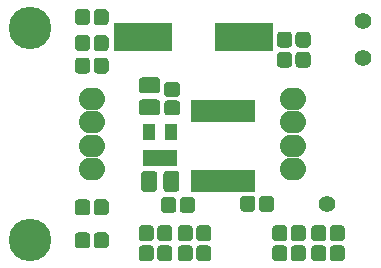
<source format=gts>
G04 #@! TF.GenerationSoftware,KiCad,Pcbnew,(5.1.2)-1*
G04 #@! TF.CreationDate,2019-10-13T00:02:13+09:00*
G04 #@! TF.ProjectId,IR,49522e6b-6963-4616-945f-706362585858,v1.1*
G04 #@! TF.SameCoordinates,Original*
G04 #@! TF.FileFunction,Soldermask,Top*
G04 #@! TF.FilePolarity,Negative*
%FSLAX46Y46*%
G04 Gerber Fmt 4.6, Leading zero omitted, Abs format (unit mm)*
G04 Created by KiCad (PCBNEW (5.1.2)-1) date 2019-10-13 00:02:13*
%MOMM*%
%LPD*%
G04 APERTURE LIST*
%ADD10C,3.600000*%
%ADD11O,2.200000X1.924000*%
%ADD12C,0.050000*%
%ADD13C,1.275000*%
%ADD14C,1.375000*%
%ADD15R,1.050000X1.460000*%
%ADD16R,4.900000X2.400000*%
%ADD17C,1.400000*%
%ADD18R,0.850000X1.900000*%
G04 APERTURE END LIST*
D10*
X180000000Y-120000000D03*
D11*
X185200000Y-114000000D03*
X185200000Y-112000000D03*
X185200000Y-110000000D03*
X185200000Y-108000000D03*
X202200000Y-108000000D03*
X202200000Y-110000000D03*
X202200000Y-112000000D03*
X202200000Y-114000000D03*
D12*
G36*
X193637493Y-116326535D02*
G01*
X193668435Y-116331125D01*
X193698778Y-116338725D01*
X193728230Y-116349263D01*
X193756508Y-116362638D01*
X193783338Y-116378719D01*
X193808463Y-116397353D01*
X193831640Y-116418360D01*
X193852647Y-116441537D01*
X193871281Y-116466662D01*
X193887362Y-116493492D01*
X193900737Y-116521770D01*
X193911275Y-116551222D01*
X193918875Y-116581565D01*
X193923465Y-116612507D01*
X193925000Y-116643750D01*
X193925000Y-117356250D01*
X193923465Y-117387493D01*
X193918875Y-117418435D01*
X193911275Y-117448778D01*
X193900737Y-117478230D01*
X193887362Y-117506508D01*
X193871281Y-117533338D01*
X193852647Y-117558463D01*
X193831640Y-117581640D01*
X193808463Y-117602647D01*
X193783338Y-117621281D01*
X193756508Y-117637362D01*
X193728230Y-117650737D01*
X193698778Y-117661275D01*
X193668435Y-117668875D01*
X193637493Y-117673465D01*
X193606250Y-117675000D01*
X192968750Y-117675000D01*
X192937507Y-117673465D01*
X192906565Y-117668875D01*
X192876222Y-117661275D01*
X192846770Y-117650737D01*
X192818492Y-117637362D01*
X192791662Y-117621281D01*
X192766537Y-117602647D01*
X192743360Y-117581640D01*
X192722353Y-117558463D01*
X192703719Y-117533338D01*
X192687638Y-117506508D01*
X192674263Y-117478230D01*
X192663725Y-117448778D01*
X192656125Y-117418435D01*
X192651535Y-117387493D01*
X192650000Y-117356250D01*
X192650000Y-116643750D01*
X192651535Y-116612507D01*
X192656125Y-116581565D01*
X192663725Y-116551222D01*
X192674263Y-116521770D01*
X192687638Y-116493492D01*
X192703719Y-116466662D01*
X192722353Y-116441537D01*
X192743360Y-116418360D01*
X192766537Y-116397353D01*
X192791662Y-116378719D01*
X192818492Y-116362638D01*
X192846770Y-116349263D01*
X192876222Y-116338725D01*
X192906565Y-116331125D01*
X192937507Y-116326535D01*
X192968750Y-116325000D01*
X193606250Y-116325000D01*
X193637493Y-116326535D01*
X193637493Y-116326535D01*
G37*
D13*
X193287500Y-117000000D03*
D12*
G36*
X192062493Y-116326535D02*
G01*
X192093435Y-116331125D01*
X192123778Y-116338725D01*
X192153230Y-116349263D01*
X192181508Y-116362638D01*
X192208338Y-116378719D01*
X192233463Y-116397353D01*
X192256640Y-116418360D01*
X192277647Y-116441537D01*
X192296281Y-116466662D01*
X192312362Y-116493492D01*
X192325737Y-116521770D01*
X192336275Y-116551222D01*
X192343875Y-116581565D01*
X192348465Y-116612507D01*
X192350000Y-116643750D01*
X192350000Y-117356250D01*
X192348465Y-117387493D01*
X192343875Y-117418435D01*
X192336275Y-117448778D01*
X192325737Y-117478230D01*
X192312362Y-117506508D01*
X192296281Y-117533338D01*
X192277647Y-117558463D01*
X192256640Y-117581640D01*
X192233463Y-117602647D01*
X192208338Y-117621281D01*
X192181508Y-117637362D01*
X192153230Y-117650737D01*
X192123778Y-117661275D01*
X192093435Y-117668875D01*
X192062493Y-117673465D01*
X192031250Y-117675000D01*
X191393750Y-117675000D01*
X191362507Y-117673465D01*
X191331565Y-117668875D01*
X191301222Y-117661275D01*
X191271770Y-117650737D01*
X191243492Y-117637362D01*
X191216662Y-117621281D01*
X191191537Y-117602647D01*
X191168360Y-117581640D01*
X191147353Y-117558463D01*
X191128719Y-117533338D01*
X191112638Y-117506508D01*
X191099263Y-117478230D01*
X191088725Y-117448778D01*
X191081125Y-117418435D01*
X191076535Y-117387493D01*
X191075000Y-117356250D01*
X191075000Y-116643750D01*
X191076535Y-116612507D01*
X191081125Y-116581565D01*
X191088725Y-116551222D01*
X191099263Y-116521770D01*
X191112638Y-116493492D01*
X191128719Y-116466662D01*
X191147353Y-116441537D01*
X191168360Y-116418360D01*
X191191537Y-116397353D01*
X191216662Y-116378719D01*
X191243492Y-116362638D01*
X191271770Y-116349263D01*
X191301222Y-116338725D01*
X191331565Y-116331125D01*
X191362507Y-116326535D01*
X191393750Y-116325000D01*
X192031250Y-116325000D01*
X192062493Y-116326535D01*
X192062493Y-116326535D01*
G37*
D13*
X191712500Y-117000000D03*
D12*
G36*
X192314943Y-114101655D02*
G01*
X192348312Y-114106605D01*
X192381035Y-114114802D01*
X192412797Y-114126166D01*
X192443293Y-114140590D01*
X192472227Y-114157932D01*
X192499323Y-114178028D01*
X192524318Y-114200682D01*
X192546972Y-114225677D01*
X192567068Y-114252773D01*
X192584410Y-114281707D01*
X192598834Y-114312203D01*
X192610198Y-114343965D01*
X192618395Y-114376688D01*
X192623345Y-114410057D01*
X192625000Y-114443750D01*
X192625000Y-115556250D01*
X192623345Y-115589943D01*
X192618395Y-115623312D01*
X192610198Y-115656035D01*
X192598834Y-115687797D01*
X192584410Y-115718293D01*
X192567068Y-115747227D01*
X192546972Y-115774323D01*
X192524318Y-115799318D01*
X192499323Y-115821972D01*
X192472227Y-115842068D01*
X192443293Y-115859410D01*
X192412797Y-115873834D01*
X192381035Y-115885198D01*
X192348312Y-115893395D01*
X192314943Y-115898345D01*
X192281250Y-115900000D01*
X191593750Y-115900000D01*
X191560057Y-115898345D01*
X191526688Y-115893395D01*
X191493965Y-115885198D01*
X191462203Y-115873834D01*
X191431707Y-115859410D01*
X191402773Y-115842068D01*
X191375677Y-115821972D01*
X191350682Y-115799318D01*
X191328028Y-115774323D01*
X191307932Y-115747227D01*
X191290590Y-115718293D01*
X191276166Y-115687797D01*
X191264802Y-115656035D01*
X191256605Y-115623312D01*
X191251655Y-115589943D01*
X191250000Y-115556250D01*
X191250000Y-114443750D01*
X191251655Y-114410057D01*
X191256605Y-114376688D01*
X191264802Y-114343965D01*
X191276166Y-114312203D01*
X191290590Y-114281707D01*
X191307932Y-114252773D01*
X191328028Y-114225677D01*
X191350682Y-114200682D01*
X191375677Y-114178028D01*
X191402773Y-114157932D01*
X191431707Y-114140590D01*
X191462203Y-114126166D01*
X191493965Y-114114802D01*
X191526688Y-114106605D01*
X191560057Y-114101655D01*
X191593750Y-114100000D01*
X192281250Y-114100000D01*
X192314943Y-114101655D01*
X192314943Y-114101655D01*
G37*
D14*
X191937500Y-115000000D03*
D12*
G36*
X190439943Y-114101655D02*
G01*
X190473312Y-114106605D01*
X190506035Y-114114802D01*
X190537797Y-114126166D01*
X190568293Y-114140590D01*
X190597227Y-114157932D01*
X190624323Y-114178028D01*
X190649318Y-114200682D01*
X190671972Y-114225677D01*
X190692068Y-114252773D01*
X190709410Y-114281707D01*
X190723834Y-114312203D01*
X190735198Y-114343965D01*
X190743395Y-114376688D01*
X190748345Y-114410057D01*
X190750000Y-114443750D01*
X190750000Y-115556250D01*
X190748345Y-115589943D01*
X190743395Y-115623312D01*
X190735198Y-115656035D01*
X190723834Y-115687797D01*
X190709410Y-115718293D01*
X190692068Y-115747227D01*
X190671972Y-115774323D01*
X190649318Y-115799318D01*
X190624323Y-115821972D01*
X190597227Y-115842068D01*
X190568293Y-115859410D01*
X190537797Y-115873834D01*
X190506035Y-115885198D01*
X190473312Y-115893395D01*
X190439943Y-115898345D01*
X190406250Y-115900000D01*
X189718750Y-115900000D01*
X189685057Y-115898345D01*
X189651688Y-115893395D01*
X189618965Y-115885198D01*
X189587203Y-115873834D01*
X189556707Y-115859410D01*
X189527773Y-115842068D01*
X189500677Y-115821972D01*
X189475682Y-115799318D01*
X189453028Y-115774323D01*
X189432932Y-115747227D01*
X189415590Y-115718293D01*
X189401166Y-115687797D01*
X189389802Y-115656035D01*
X189381605Y-115623312D01*
X189376655Y-115589943D01*
X189375000Y-115556250D01*
X189375000Y-114443750D01*
X189376655Y-114410057D01*
X189381605Y-114376688D01*
X189389802Y-114343965D01*
X189401166Y-114312203D01*
X189415590Y-114281707D01*
X189432932Y-114252773D01*
X189453028Y-114225677D01*
X189475682Y-114200682D01*
X189500677Y-114178028D01*
X189527773Y-114157932D01*
X189556707Y-114140590D01*
X189587203Y-114126166D01*
X189618965Y-114114802D01*
X189651688Y-114106605D01*
X189685057Y-114101655D01*
X189718750Y-114100000D01*
X190406250Y-114100000D01*
X190439943Y-114101655D01*
X190439943Y-114101655D01*
G37*
D14*
X190062500Y-115000000D03*
D12*
G36*
X192387493Y-106576535D02*
G01*
X192418435Y-106581125D01*
X192448778Y-106588725D01*
X192478230Y-106599263D01*
X192506508Y-106612638D01*
X192533338Y-106628719D01*
X192558463Y-106647353D01*
X192581640Y-106668360D01*
X192602647Y-106691537D01*
X192621281Y-106716662D01*
X192637362Y-106743492D01*
X192650737Y-106771770D01*
X192661275Y-106801222D01*
X192668875Y-106831565D01*
X192673465Y-106862507D01*
X192675000Y-106893750D01*
X192675000Y-107531250D01*
X192673465Y-107562493D01*
X192668875Y-107593435D01*
X192661275Y-107623778D01*
X192650737Y-107653230D01*
X192637362Y-107681508D01*
X192621281Y-107708338D01*
X192602647Y-107733463D01*
X192581640Y-107756640D01*
X192558463Y-107777647D01*
X192533338Y-107796281D01*
X192506508Y-107812362D01*
X192478230Y-107825737D01*
X192448778Y-107836275D01*
X192418435Y-107843875D01*
X192387493Y-107848465D01*
X192356250Y-107850000D01*
X191643750Y-107850000D01*
X191612507Y-107848465D01*
X191581565Y-107843875D01*
X191551222Y-107836275D01*
X191521770Y-107825737D01*
X191493492Y-107812362D01*
X191466662Y-107796281D01*
X191441537Y-107777647D01*
X191418360Y-107756640D01*
X191397353Y-107733463D01*
X191378719Y-107708338D01*
X191362638Y-107681508D01*
X191349263Y-107653230D01*
X191338725Y-107623778D01*
X191331125Y-107593435D01*
X191326535Y-107562493D01*
X191325000Y-107531250D01*
X191325000Y-106893750D01*
X191326535Y-106862507D01*
X191331125Y-106831565D01*
X191338725Y-106801222D01*
X191349263Y-106771770D01*
X191362638Y-106743492D01*
X191378719Y-106716662D01*
X191397353Y-106691537D01*
X191418360Y-106668360D01*
X191441537Y-106647353D01*
X191466662Y-106628719D01*
X191493492Y-106612638D01*
X191521770Y-106599263D01*
X191551222Y-106588725D01*
X191581565Y-106581125D01*
X191612507Y-106576535D01*
X191643750Y-106575000D01*
X192356250Y-106575000D01*
X192387493Y-106576535D01*
X192387493Y-106576535D01*
G37*
D13*
X192000000Y-107212500D03*
D12*
G36*
X192387493Y-108151535D02*
G01*
X192418435Y-108156125D01*
X192448778Y-108163725D01*
X192478230Y-108174263D01*
X192506508Y-108187638D01*
X192533338Y-108203719D01*
X192558463Y-108222353D01*
X192581640Y-108243360D01*
X192602647Y-108266537D01*
X192621281Y-108291662D01*
X192637362Y-108318492D01*
X192650737Y-108346770D01*
X192661275Y-108376222D01*
X192668875Y-108406565D01*
X192673465Y-108437507D01*
X192675000Y-108468750D01*
X192675000Y-109106250D01*
X192673465Y-109137493D01*
X192668875Y-109168435D01*
X192661275Y-109198778D01*
X192650737Y-109228230D01*
X192637362Y-109256508D01*
X192621281Y-109283338D01*
X192602647Y-109308463D01*
X192581640Y-109331640D01*
X192558463Y-109352647D01*
X192533338Y-109371281D01*
X192506508Y-109387362D01*
X192478230Y-109400737D01*
X192448778Y-109411275D01*
X192418435Y-109418875D01*
X192387493Y-109423465D01*
X192356250Y-109425000D01*
X191643750Y-109425000D01*
X191612507Y-109423465D01*
X191581565Y-109418875D01*
X191551222Y-109411275D01*
X191521770Y-109400737D01*
X191493492Y-109387362D01*
X191466662Y-109371281D01*
X191441537Y-109352647D01*
X191418360Y-109331640D01*
X191397353Y-109308463D01*
X191378719Y-109283338D01*
X191362638Y-109256508D01*
X191349263Y-109228230D01*
X191338725Y-109198778D01*
X191331125Y-109168435D01*
X191326535Y-109137493D01*
X191325000Y-109106250D01*
X191325000Y-108468750D01*
X191326535Y-108437507D01*
X191331125Y-108406565D01*
X191338725Y-108376222D01*
X191349263Y-108346770D01*
X191362638Y-108318492D01*
X191378719Y-108291662D01*
X191397353Y-108266537D01*
X191418360Y-108243360D01*
X191441537Y-108222353D01*
X191466662Y-108203719D01*
X191493492Y-108187638D01*
X191521770Y-108174263D01*
X191551222Y-108163725D01*
X191581565Y-108156125D01*
X191612507Y-108151535D01*
X191643750Y-108150000D01*
X192356250Y-108150000D01*
X192387493Y-108151535D01*
X192387493Y-108151535D01*
G37*
D13*
X192000000Y-108787500D03*
D12*
G36*
X190689943Y-108051655D02*
G01*
X190723312Y-108056605D01*
X190756035Y-108064802D01*
X190787797Y-108076166D01*
X190818293Y-108090590D01*
X190847227Y-108107932D01*
X190874323Y-108128028D01*
X190899318Y-108150682D01*
X190921972Y-108175677D01*
X190942068Y-108202773D01*
X190959410Y-108231707D01*
X190973834Y-108262203D01*
X190985198Y-108293965D01*
X190993395Y-108326688D01*
X190998345Y-108360057D01*
X191000000Y-108393750D01*
X191000000Y-109081250D01*
X190998345Y-109114943D01*
X190993395Y-109148312D01*
X190985198Y-109181035D01*
X190973834Y-109212797D01*
X190959410Y-109243293D01*
X190942068Y-109272227D01*
X190921972Y-109299323D01*
X190899318Y-109324318D01*
X190874323Y-109346972D01*
X190847227Y-109367068D01*
X190818293Y-109384410D01*
X190787797Y-109398834D01*
X190756035Y-109410198D01*
X190723312Y-109418395D01*
X190689943Y-109423345D01*
X190656250Y-109425000D01*
X189543750Y-109425000D01*
X189510057Y-109423345D01*
X189476688Y-109418395D01*
X189443965Y-109410198D01*
X189412203Y-109398834D01*
X189381707Y-109384410D01*
X189352773Y-109367068D01*
X189325677Y-109346972D01*
X189300682Y-109324318D01*
X189278028Y-109299323D01*
X189257932Y-109272227D01*
X189240590Y-109243293D01*
X189226166Y-109212797D01*
X189214802Y-109181035D01*
X189206605Y-109148312D01*
X189201655Y-109114943D01*
X189200000Y-109081250D01*
X189200000Y-108393750D01*
X189201655Y-108360057D01*
X189206605Y-108326688D01*
X189214802Y-108293965D01*
X189226166Y-108262203D01*
X189240590Y-108231707D01*
X189257932Y-108202773D01*
X189278028Y-108175677D01*
X189300682Y-108150682D01*
X189325677Y-108128028D01*
X189352773Y-108107932D01*
X189381707Y-108090590D01*
X189412203Y-108076166D01*
X189443965Y-108064802D01*
X189476688Y-108056605D01*
X189510057Y-108051655D01*
X189543750Y-108050000D01*
X190656250Y-108050000D01*
X190689943Y-108051655D01*
X190689943Y-108051655D01*
G37*
D14*
X190100000Y-108737500D03*
D12*
G36*
X190689943Y-106176655D02*
G01*
X190723312Y-106181605D01*
X190756035Y-106189802D01*
X190787797Y-106201166D01*
X190818293Y-106215590D01*
X190847227Y-106232932D01*
X190874323Y-106253028D01*
X190899318Y-106275682D01*
X190921972Y-106300677D01*
X190942068Y-106327773D01*
X190959410Y-106356707D01*
X190973834Y-106387203D01*
X190985198Y-106418965D01*
X190993395Y-106451688D01*
X190998345Y-106485057D01*
X191000000Y-106518750D01*
X191000000Y-107206250D01*
X190998345Y-107239943D01*
X190993395Y-107273312D01*
X190985198Y-107306035D01*
X190973834Y-107337797D01*
X190959410Y-107368293D01*
X190942068Y-107397227D01*
X190921972Y-107424323D01*
X190899318Y-107449318D01*
X190874323Y-107471972D01*
X190847227Y-107492068D01*
X190818293Y-107509410D01*
X190787797Y-107523834D01*
X190756035Y-107535198D01*
X190723312Y-107543395D01*
X190689943Y-107548345D01*
X190656250Y-107550000D01*
X189543750Y-107550000D01*
X189510057Y-107548345D01*
X189476688Y-107543395D01*
X189443965Y-107535198D01*
X189412203Y-107523834D01*
X189381707Y-107509410D01*
X189352773Y-107492068D01*
X189325677Y-107471972D01*
X189300682Y-107449318D01*
X189278028Y-107424323D01*
X189257932Y-107397227D01*
X189240590Y-107368293D01*
X189226166Y-107337797D01*
X189214802Y-107306035D01*
X189206605Y-107273312D01*
X189201655Y-107239943D01*
X189200000Y-107206250D01*
X189200000Y-106518750D01*
X189201655Y-106485057D01*
X189206605Y-106451688D01*
X189214802Y-106418965D01*
X189226166Y-106387203D01*
X189240590Y-106356707D01*
X189257932Y-106327773D01*
X189278028Y-106300677D01*
X189300682Y-106275682D01*
X189325677Y-106253028D01*
X189352773Y-106232932D01*
X189381707Y-106215590D01*
X189412203Y-106201166D01*
X189443965Y-106189802D01*
X189476688Y-106181605D01*
X189510057Y-106176655D01*
X189543750Y-106175000D01*
X190656250Y-106175000D01*
X190689943Y-106176655D01*
X190689943Y-106176655D01*
G37*
D14*
X190100000Y-106862500D03*
D12*
G36*
X203437493Y-104026535D02*
G01*
X203468435Y-104031125D01*
X203498778Y-104038725D01*
X203528230Y-104049263D01*
X203556508Y-104062638D01*
X203583338Y-104078719D01*
X203608463Y-104097353D01*
X203631640Y-104118360D01*
X203652647Y-104141537D01*
X203671281Y-104166662D01*
X203687362Y-104193492D01*
X203700737Y-104221770D01*
X203711275Y-104251222D01*
X203718875Y-104281565D01*
X203723465Y-104312507D01*
X203725000Y-104343750D01*
X203725000Y-105056250D01*
X203723465Y-105087493D01*
X203718875Y-105118435D01*
X203711275Y-105148778D01*
X203700737Y-105178230D01*
X203687362Y-105206508D01*
X203671281Y-105233338D01*
X203652647Y-105258463D01*
X203631640Y-105281640D01*
X203608463Y-105302647D01*
X203583338Y-105321281D01*
X203556508Y-105337362D01*
X203528230Y-105350737D01*
X203498778Y-105361275D01*
X203468435Y-105368875D01*
X203437493Y-105373465D01*
X203406250Y-105375000D01*
X202768750Y-105375000D01*
X202737507Y-105373465D01*
X202706565Y-105368875D01*
X202676222Y-105361275D01*
X202646770Y-105350737D01*
X202618492Y-105337362D01*
X202591662Y-105321281D01*
X202566537Y-105302647D01*
X202543360Y-105281640D01*
X202522353Y-105258463D01*
X202503719Y-105233338D01*
X202487638Y-105206508D01*
X202474263Y-105178230D01*
X202463725Y-105148778D01*
X202456125Y-105118435D01*
X202451535Y-105087493D01*
X202450000Y-105056250D01*
X202450000Y-104343750D01*
X202451535Y-104312507D01*
X202456125Y-104281565D01*
X202463725Y-104251222D01*
X202474263Y-104221770D01*
X202487638Y-104193492D01*
X202503719Y-104166662D01*
X202522353Y-104141537D01*
X202543360Y-104118360D01*
X202566537Y-104097353D01*
X202591662Y-104078719D01*
X202618492Y-104062638D01*
X202646770Y-104049263D01*
X202676222Y-104038725D01*
X202706565Y-104031125D01*
X202737507Y-104026535D01*
X202768750Y-104025000D01*
X203406250Y-104025000D01*
X203437493Y-104026535D01*
X203437493Y-104026535D01*
G37*
D13*
X203087500Y-104700000D03*
D12*
G36*
X201862493Y-104026535D02*
G01*
X201893435Y-104031125D01*
X201923778Y-104038725D01*
X201953230Y-104049263D01*
X201981508Y-104062638D01*
X202008338Y-104078719D01*
X202033463Y-104097353D01*
X202056640Y-104118360D01*
X202077647Y-104141537D01*
X202096281Y-104166662D01*
X202112362Y-104193492D01*
X202125737Y-104221770D01*
X202136275Y-104251222D01*
X202143875Y-104281565D01*
X202148465Y-104312507D01*
X202150000Y-104343750D01*
X202150000Y-105056250D01*
X202148465Y-105087493D01*
X202143875Y-105118435D01*
X202136275Y-105148778D01*
X202125737Y-105178230D01*
X202112362Y-105206508D01*
X202096281Y-105233338D01*
X202077647Y-105258463D01*
X202056640Y-105281640D01*
X202033463Y-105302647D01*
X202008338Y-105321281D01*
X201981508Y-105337362D01*
X201953230Y-105350737D01*
X201923778Y-105361275D01*
X201893435Y-105368875D01*
X201862493Y-105373465D01*
X201831250Y-105375000D01*
X201193750Y-105375000D01*
X201162507Y-105373465D01*
X201131565Y-105368875D01*
X201101222Y-105361275D01*
X201071770Y-105350737D01*
X201043492Y-105337362D01*
X201016662Y-105321281D01*
X200991537Y-105302647D01*
X200968360Y-105281640D01*
X200947353Y-105258463D01*
X200928719Y-105233338D01*
X200912638Y-105206508D01*
X200899263Y-105178230D01*
X200888725Y-105148778D01*
X200881125Y-105118435D01*
X200876535Y-105087493D01*
X200875000Y-105056250D01*
X200875000Y-104343750D01*
X200876535Y-104312507D01*
X200881125Y-104281565D01*
X200888725Y-104251222D01*
X200899263Y-104221770D01*
X200912638Y-104193492D01*
X200928719Y-104166662D01*
X200947353Y-104141537D01*
X200968360Y-104118360D01*
X200991537Y-104097353D01*
X201016662Y-104078719D01*
X201043492Y-104062638D01*
X201071770Y-104049263D01*
X201101222Y-104038725D01*
X201131565Y-104031125D01*
X201162507Y-104026535D01*
X201193750Y-104025000D01*
X201831250Y-104025000D01*
X201862493Y-104026535D01*
X201862493Y-104026535D01*
G37*
D13*
X201512500Y-104700000D03*
D12*
G36*
X186337493Y-104526535D02*
G01*
X186368435Y-104531125D01*
X186398778Y-104538725D01*
X186428230Y-104549263D01*
X186456508Y-104562638D01*
X186483338Y-104578719D01*
X186508463Y-104597353D01*
X186531640Y-104618360D01*
X186552647Y-104641537D01*
X186571281Y-104666662D01*
X186587362Y-104693492D01*
X186600737Y-104721770D01*
X186611275Y-104751222D01*
X186618875Y-104781565D01*
X186623465Y-104812507D01*
X186625000Y-104843750D01*
X186625000Y-105556250D01*
X186623465Y-105587493D01*
X186618875Y-105618435D01*
X186611275Y-105648778D01*
X186600737Y-105678230D01*
X186587362Y-105706508D01*
X186571281Y-105733338D01*
X186552647Y-105758463D01*
X186531640Y-105781640D01*
X186508463Y-105802647D01*
X186483338Y-105821281D01*
X186456508Y-105837362D01*
X186428230Y-105850737D01*
X186398778Y-105861275D01*
X186368435Y-105868875D01*
X186337493Y-105873465D01*
X186306250Y-105875000D01*
X185668750Y-105875000D01*
X185637507Y-105873465D01*
X185606565Y-105868875D01*
X185576222Y-105861275D01*
X185546770Y-105850737D01*
X185518492Y-105837362D01*
X185491662Y-105821281D01*
X185466537Y-105802647D01*
X185443360Y-105781640D01*
X185422353Y-105758463D01*
X185403719Y-105733338D01*
X185387638Y-105706508D01*
X185374263Y-105678230D01*
X185363725Y-105648778D01*
X185356125Y-105618435D01*
X185351535Y-105587493D01*
X185350000Y-105556250D01*
X185350000Y-104843750D01*
X185351535Y-104812507D01*
X185356125Y-104781565D01*
X185363725Y-104751222D01*
X185374263Y-104721770D01*
X185387638Y-104693492D01*
X185403719Y-104666662D01*
X185422353Y-104641537D01*
X185443360Y-104618360D01*
X185466537Y-104597353D01*
X185491662Y-104578719D01*
X185518492Y-104562638D01*
X185546770Y-104549263D01*
X185576222Y-104538725D01*
X185606565Y-104531125D01*
X185637507Y-104526535D01*
X185668750Y-104525000D01*
X186306250Y-104525000D01*
X186337493Y-104526535D01*
X186337493Y-104526535D01*
G37*
D13*
X185987500Y-105200000D03*
D12*
G36*
X184762493Y-104526535D02*
G01*
X184793435Y-104531125D01*
X184823778Y-104538725D01*
X184853230Y-104549263D01*
X184881508Y-104562638D01*
X184908338Y-104578719D01*
X184933463Y-104597353D01*
X184956640Y-104618360D01*
X184977647Y-104641537D01*
X184996281Y-104666662D01*
X185012362Y-104693492D01*
X185025737Y-104721770D01*
X185036275Y-104751222D01*
X185043875Y-104781565D01*
X185048465Y-104812507D01*
X185050000Y-104843750D01*
X185050000Y-105556250D01*
X185048465Y-105587493D01*
X185043875Y-105618435D01*
X185036275Y-105648778D01*
X185025737Y-105678230D01*
X185012362Y-105706508D01*
X184996281Y-105733338D01*
X184977647Y-105758463D01*
X184956640Y-105781640D01*
X184933463Y-105802647D01*
X184908338Y-105821281D01*
X184881508Y-105837362D01*
X184853230Y-105850737D01*
X184823778Y-105861275D01*
X184793435Y-105868875D01*
X184762493Y-105873465D01*
X184731250Y-105875000D01*
X184093750Y-105875000D01*
X184062507Y-105873465D01*
X184031565Y-105868875D01*
X184001222Y-105861275D01*
X183971770Y-105850737D01*
X183943492Y-105837362D01*
X183916662Y-105821281D01*
X183891537Y-105802647D01*
X183868360Y-105781640D01*
X183847353Y-105758463D01*
X183828719Y-105733338D01*
X183812638Y-105706508D01*
X183799263Y-105678230D01*
X183788725Y-105648778D01*
X183781125Y-105618435D01*
X183776535Y-105587493D01*
X183775000Y-105556250D01*
X183775000Y-104843750D01*
X183776535Y-104812507D01*
X183781125Y-104781565D01*
X183788725Y-104751222D01*
X183799263Y-104721770D01*
X183812638Y-104693492D01*
X183828719Y-104666662D01*
X183847353Y-104641537D01*
X183868360Y-104618360D01*
X183891537Y-104597353D01*
X183916662Y-104578719D01*
X183943492Y-104562638D01*
X183971770Y-104549263D01*
X184001222Y-104538725D01*
X184031565Y-104531125D01*
X184062507Y-104526535D01*
X184093750Y-104525000D01*
X184731250Y-104525000D01*
X184762493Y-104526535D01*
X184762493Y-104526535D01*
G37*
D13*
X184412500Y-105200000D03*
D12*
G36*
X184762493Y-102626535D02*
G01*
X184793435Y-102631125D01*
X184823778Y-102638725D01*
X184853230Y-102649263D01*
X184881508Y-102662638D01*
X184908338Y-102678719D01*
X184933463Y-102697353D01*
X184956640Y-102718360D01*
X184977647Y-102741537D01*
X184996281Y-102766662D01*
X185012362Y-102793492D01*
X185025737Y-102821770D01*
X185036275Y-102851222D01*
X185043875Y-102881565D01*
X185048465Y-102912507D01*
X185050000Y-102943750D01*
X185050000Y-103656250D01*
X185048465Y-103687493D01*
X185043875Y-103718435D01*
X185036275Y-103748778D01*
X185025737Y-103778230D01*
X185012362Y-103806508D01*
X184996281Y-103833338D01*
X184977647Y-103858463D01*
X184956640Y-103881640D01*
X184933463Y-103902647D01*
X184908338Y-103921281D01*
X184881508Y-103937362D01*
X184853230Y-103950737D01*
X184823778Y-103961275D01*
X184793435Y-103968875D01*
X184762493Y-103973465D01*
X184731250Y-103975000D01*
X184093750Y-103975000D01*
X184062507Y-103973465D01*
X184031565Y-103968875D01*
X184001222Y-103961275D01*
X183971770Y-103950737D01*
X183943492Y-103937362D01*
X183916662Y-103921281D01*
X183891537Y-103902647D01*
X183868360Y-103881640D01*
X183847353Y-103858463D01*
X183828719Y-103833338D01*
X183812638Y-103806508D01*
X183799263Y-103778230D01*
X183788725Y-103748778D01*
X183781125Y-103718435D01*
X183776535Y-103687493D01*
X183775000Y-103656250D01*
X183775000Y-102943750D01*
X183776535Y-102912507D01*
X183781125Y-102881565D01*
X183788725Y-102851222D01*
X183799263Y-102821770D01*
X183812638Y-102793492D01*
X183828719Y-102766662D01*
X183847353Y-102741537D01*
X183868360Y-102718360D01*
X183891537Y-102697353D01*
X183916662Y-102678719D01*
X183943492Y-102662638D01*
X183971770Y-102649263D01*
X184001222Y-102638725D01*
X184031565Y-102631125D01*
X184062507Y-102626535D01*
X184093750Y-102625000D01*
X184731250Y-102625000D01*
X184762493Y-102626535D01*
X184762493Y-102626535D01*
G37*
D13*
X184412500Y-103300000D03*
D12*
G36*
X186337493Y-102626535D02*
G01*
X186368435Y-102631125D01*
X186398778Y-102638725D01*
X186428230Y-102649263D01*
X186456508Y-102662638D01*
X186483338Y-102678719D01*
X186508463Y-102697353D01*
X186531640Y-102718360D01*
X186552647Y-102741537D01*
X186571281Y-102766662D01*
X186587362Y-102793492D01*
X186600737Y-102821770D01*
X186611275Y-102851222D01*
X186618875Y-102881565D01*
X186623465Y-102912507D01*
X186625000Y-102943750D01*
X186625000Y-103656250D01*
X186623465Y-103687493D01*
X186618875Y-103718435D01*
X186611275Y-103748778D01*
X186600737Y-103778230D01*
X186587362Y-103806508D01*
X186571281Y-103833338D01*
X186552647Y-103858463D01*
X186531640Y-103881640D01*
X186508463Y-103902647D01*
X186483338Y-103921281D01*
X186456508Y-103937362D01*
X186428230Y-103950737D01*
X186398778Y-103961275D01*
X186368435Y-103968875D01*
X186337493Y-103973465D01*
X186306250Y-103975000D01*
X185668750Y-103975000D01*
X185637507Y-103973465D01*
X185606565Y-103968875D01*
X185576222Y-103961275D01*
X185546770Y-103950737D01*
X185518492Y-103937362D01*
X185491662Y-103921281D01*
X185466537Y-103902647D01*
X185443360Y-103881640D01*
X185422353Y-103858463D01*
X185403719Y-103833338D01*
X185387638Y-103806508D01*
X185374263Y-103778230D01*
X185363725Y-103748778D01*
X185356125Y-103718435D01*
X185351535Y-103687493D01*
X185350000Y-103656250D01*
X185350000Y-102943750D01*
X185351535Y-102912507D01*
X185356125Y-102881565D01*
X185363725Y-102851222D01*
X185374263Y-102821770D01*
X185387638Y-102793492D01*
X185403719Y-102766662D01*
X185422353Y-102741537D01*
X185443360Y-102718360D01*
X185466537Y-102697353D01*
X185491662Y-102678719D01*
X185518492Y-102662638D01*
X185546770Y-102649263D01*
X185576222Y-102638725D01*
X185606565Y-102631125D01*
X185637507Y-102626535D01*
X185668750Y-102625000D01*
X186306250Y-102625000D01*
X186337493Y-102626535D01*
X186337493Y-102626535D01*
G37*
D13*
X185987500Y-103300000D03*
D12*
G36*
X193462493Y-120426535D02*
G01*
X193493435Y-120431125D01*
X193523778Y-120438725D01*
X193553230Y-120449263D01*
X193581508Y-120462638D01*
X193608338Y-120478719D01*
X193633463Y-120497353D01*
X193656640Y-120518360D01*
X193677647Y-120541537D01*
X193696281Y-120566662D01*
X193712362Y-120593492D01*
X193725737Y-120621770D01*
X193736275Y-120651222D01*
X193743875Y-120681565D01*
X193748465Y-120712507D01*
X193750000Y-120743750D01*
X193750000Y-121456250D01*
X193748465Y-121487493D01*
X193743875Y-121518435D01*
X193736275Y-121548778D01*
X193725737Y-121578230D01*
X193712362Y-121606508D01*
X193696281Y-121633338D01*
X193677647Y-121658463D01*
X193656640Y-121681640D01*
X193633463Y-121702647D01*
X193608338Y-121721281D01*
X193581508Y-121737362D01*
X193553230Y-121750737D01*
X193523778Y-121761275D01*
X193493435Y-121768875D01*
X193462493Y-121773465D01*
X193431250Y-121775000D01*
X192793750Y-121775000D01*
X192762507Y-121773465D01*
X192731565Y-121768875D01*
X192701222Y-121761275D01*
X192671770Y-121750737D01*
X192643492Y-121737362D01*
X192616662Y-121721281D01*
X192591537Y-121702647D01*
X192568360Y-121681640D01*
X192547353Y-121658463D01*
X192528719Y-121633338D01*
X192512638Y-121606508D01*
X192499263Y-121578230D01*
X192488725Y-121548778D01*
X192481125Y-121518435D01*
X192476535Y-121487493D01*
X192475000Y-121456250D01*
X192475000Y-120743750D01*
X192476535Y-120712507D01*
X192481125Y-120681565D01*
X192488725Y-120651222D01*
X192499263Y-120621770D01*
X192512638Y-120593492D01*
X192528719Y-120566662D01*
X192547353Y-120541537D01*
X192568360Y-120518360D01*
X192591537Y-120497353D01*
X192616662Y-120478719D01*
X192643492Y-120462638D01*
X192671770Y-120449263D01*
X192701222Y-120438725D01*
X192731565Y-120431125D01*
X192762507Y-120426535D01*
X192793750Y-120425000D01*
X193431250Y-120425000D01*
X193462493Y-120426535D01*
X193462493Y-120426535D01*
G37*
D13*
X193112500Y-121100000D03*
D12*
G36*
X195037493Y-120426535D02*
G01*
X195068435Y-120431125D01*
X195098778Y-120438725D01*
X195128230Y-120449263D01*
X195156508Y-120462638D01*
X195183338Y-120478719D01*
X195208463Y-120497353D01*
X195231640Y-120518360D01*
X195252647Y-120541537D01*
X195271281Y-120566662D01*
X195287362Y-120593492D01*
X195300737Y-120621770D01*
X195311275Y-120651222D01*
X195318875Y-120681565D01*
X195323465Y-120712507D01*
X195325000Y-120743750D01*
X195325000Y-121456250D01*
X195323465Y-121487493D01*
X195318875Y-121518435D01*
X195311275Y-121548778D01*
X195300737Y-121578230D01*
X195287362Y-121606508D01*
X195271281Y-121633338D01*
X195252647Y-121658463D01*
X195231640Y-121681640D01*
X195208463Y-121702647D01*
X195183338Y-121721281D01*
X195156508Y-121737362D01*
X195128230Y-121750737D01*
X195098778Y-121761275D01*
X195068435Y-121768875D01*
X195037493Y-121773465D01*
X195006250Y-121775000D01*
X194368750Y-121775000D01*
X194337507Y-121773465D01*
X194306565Y-121768875D01*
X194276222Y-121761275D01*
X194246770Y-121750737D01*
X194218492Y-121737362D01*
X194191662Y-121721281D01*
X194166537Y-121702647D01*
X194143360Y-121681640D01*
X194122353Y-121658463D01*
X194103719Y-121633338D01*
X194087638Y-121606508D01*
X194074263Y-121578230D01*
X194063725Y-121548778D01*
X194056125Y-121518435D01*
X194051535Y-121487493D01*
X194050000Y-121456250D01*
X194050000Y-120743750D01*
X194051535Y-120712507D01*
X194056125Y-120681565D01*
X194063725Y-120651222D01*
X194074263Y-120621770D01*
X194087638Y-120593492D01*
X194103719Y-120566662D01*
X194122353Y-120541537D01*
X194143360Y-120518360D01*
X194166537Y-120497353D01*
X194191662Y-120478719D01*
X194218492Y-120462638D01*
X194246770Y-120449263D01*
X194276222Y-120438725D01*
X194306565Y-120431125D01*
X194337507Y-120426535D01*
X194368750Y-120425000D01*
X195006250Y-120425000D01*
X195037493Y-120426535D01*
X195037493Y-120426535D01*
G37*
D13*
X194687500Y-121100000D03*
D12*
G36*
X191737493Y-120426535D02*
G01*
X191768435Y-120431125D01*
X191798778Y-120438725D01*
X191828230Y-120449263D01*
X191856508Y-120462638D01*
X191883338Y-120478719D01*
X191908463Y-120497353D01*
X191931640Y-120518360D01*
X191952647Y-120541537D01*
X191971281Y-120566662D01*
X191987362Y-120593492D01*
X192000737Y-120621770D01*
X192011275Y-120651222D01*
X192018875Y-120681565D01*
X192023465Y-120712507D01*
X192025000Y-120743750D01*
X192025000Y-121456250D01*
X192023465Y-121487493D01*
X192018875Y-121518435D01*
X192011275Y-121548778D01*
X192000737Y-121578230D01*
X191987362Y-121606508D01*
X191971281Y-121633338D01*
X191952647Y-121658463D01*
X191931640Y-121681640D01*
X191908463Y-121702647D01*
X191883338Y-121721281D01*
X191856508Y-121737362D01*
X191828230Y-121750737D01*
X191798778Y-121761275D01*
X191768435Y-121768875D01*
X191737493Y-121773465D01*
X191706250Y-121775000D01*
X191068750Y-121775000D01*
X191037507Y-121773465D01*
X191006565Y-121768875D01*
X190976222Y-121761275D01*
X190946770Y-121750737D01*
X190918492Y-121737362D01*
X190891662Y-121721281D01*
X190866537Y-121702647D01*
X190843360Y-121681640D01*
X190822353Y-121658463D01*
X190803719Y-121633338D01*
X190787638Y-121606508D01*
X190774263Y-121578230D01*
X190763725Y-121548778D01*
X190756125Y-121518435D01*
X190751535Y-121487493D01*
X190750000Y-121456250D01*
X190750000Y-120743750D01*
X190751535Y-120712507D01*
X190756125Y-120681565D01*
X190763725Y-120651222D01*
X190774263Y-120621770D01*
X190787638Y-120593492D01*
X190803719Y-120566662D01*
X190822353Y-120541537D01*
X190843360Y-120518360D01*
X190866537Y-120497353D01*
X190891662Y-120478719D01*
X190918492Y-120462638D01*
X190946770Y-120449263D01*
X190976222Y-120438725D01*
X191006565Y-120431125D01*
X191037507Y-120426535D01*
X191068750Y-120425000D01*
X191706250Y-120425000D01*
X191737493Y-120426535D01*
X191737493Y-120426535D01*
G37*
D13*
X191387500Y-121100000D03*
D12*
G36*
X190162493Y-120426535D02*
G01*
X190193435Y-120431125D01*
X190223778Y-120438725D01*
X190253230Y-120449263D01*
X190281508Y-120462638D01*
X190308338Y-120478719D01*
X190333463Y-120497353D01*
X190356640Y-120518360D01*
X190377647Y-120541537D01*
X190396281Y-120566662D01*
X190412362Y-120593492D01*
X190425737Y-120621770D01*
X190436275Y-120651222D01*
X190443875Y-120681565D01*
X190448465Y-120712507D01*
X190450000Y-120743750D01*
X190450000Y-121456250D01*
X190448465Y-121487493D01*
X190443875Y-121518435D01*
X190436275Y-121548778D01*
X190425737Y-121578230D01*
X190412362Y-121606508D01*
X190396281Y-121633338D01*
X190377647Y-121658463D01*
X190356640Y-121681640D01*
X190333463Y-121702647D01*
X190308338Y-121721281D01*
X190281508Y-121737362D01*
X190253230Y-121750737D01*
X190223778Y-121761275D01*
X190193435Y-121768875D01*
X190162493Y-121773465D01*
X190131250Y-121775000D01*
X189493750Y-121775000D01*
X189462507Y-121773465D01*
X189431565Y-121768875D01*
X189401222Y-121761275D01*
X189371770Y-121750737D01*
X189343492Y-121737362D01*
X189316662Y-121721281D01*
X189291537Y-121702647D01*
X189268360Y-121681640D01*
X189247353Y-121658463D01*
X189228719Y-121633338D01*
X189212638Y-121606508D01*
X189199263Y-121578230D01*
X189188725Y-121548778D01*
X189181125Y-121518435D01*
X189176535Y-121487493D01*
X189175000Y-121456250D01*
X189175000Y-120743750D01*
X189176535Y-120712507D01*
X189181125Y-120681565D01*
X189188725Y-120651222D01*
X189199263Y-120621770D01*
X189212638Y-120593492D01*
X189228719Y-120566662D01*
X189247353Y-120541537D01*
X189268360Y-120518360D01*
X189291537Y-120497353D01*
X189316662Y-120478719D01*
X189343492Y-120462638D01*
X189371770Y-120449263D01*
X189401222Y-120438725D01*
X189431565Y-120431125D01*
X189462507Y-120426535D01*
X189493750Y-120425000D01*
X190131250Y-120425000D01*
X190162493Y-120426535D01*
X190162493Y-120426535D01*
G37*
D13*
X189812500Y-121100000D03*
D12*
G36*
X206337493Y-118726535D02*
G01*
X206368435Y-118731125D01*
X206398778Y-118738725D01*
X206428230Y-118749263D01*
X206456508Y-118762638D01*
X206483338Y-118778719D01*
X206508463Y-118797353D01*
X206531640Y-118818360D01*
X206552647Y-118841537D01*
X206571281Y-118866662D01*
X206587362Y-118893492D01*
X206600737Y-118921770D01*
X206611275Y-118951222D01*
X206618875Y-118981565D01*
X206623465Y-119012507D01*
X206625000Y-119043750D01*
X206625000Y-119756250D01*
X206623465Y-119787493D01*
X206618875Y-119818435D01*
X206611275Y-119848778D01*
X206600737Y-119878230D01*
X206587362Y-119906508D01*
X206571281Y-119933338D01*
X206552647Y-119958463D01*
X206531640Y-119981640D01*
X206508463Y-120002647D01*
X206483338Y-120021281D01*
X206456508Y-120037362D01*
X206428230Y-120050737D01*
X206398778Y-120061275D01*
X206368435Y-120068875D01*
X206337493Y-120073465D01*
X206306250Y-120075000D01*
X205668750Y-120075000D01*
X205637507Y-120073465D01*
X205606565Y-120068875D01*
X205576222Y-120061275D01*
X205546770Y-120050737D01*
X205518492Y-120037362D01*
X205491662Y-120021281D01*
X205466537Y-120002647D01*
X205443360Y-119981640D01*
X205422353Y-119958463D01*
X205403719Y-119933338D01*
X205387638Y-119906508D01*
X205374263Y-119878230D01*
X205363725Y-119848778D01*
X205356125Y-119818435D01*
X205351535Y-119787493D01*
X205350000Y-119756250D01*
X205350000Y-119043750D01*
X205351535Y-119012507D01*
X205356125Y-118981565D01*
X205363725Y-118951222D01*
X205374263Y-118921770D01*
X205387638Y-118893492D01*
X205403719Y-118866662D01*
X205422353Y-118841537D01*
X205443360Y-118818360D01*
X205466537Y-118797353D01*
X205491662Y-118778719D01*
X205518492Y-118762638D01*
X205546770Y-118749263D01*
X205576222Y-118738725D01*
X205606565Y-118731125D01*
X205637507Y-118726535D01*
X205668750Y-118725000D01*
X206306250Y-118725000D01*
X206337493Y-118726535D01*
X206337493Y-118726535D01*
G37*
D13*
X205987500Y-119400000D03*
D12*
G36*
X204762493Y-118726535D02*
G01*
X204793435Y-118731125D01*
X204823778Y-118738725D01*
X204853230Y-118749263D01*
X204881508Y-118762638D01*
X204908338Y-118778719D01*
X204933463Y-118797353D01*
X204956640Y-118818360D01*
X204977647Y-118841537D01*
X204996281Y-118866662D01*
X205012362Y-118893492D01*
X205025737Y-118921770D01*
X205036275Y-118951222D01*
X205043875Y-118981565D01*
X205048465Y-119012507D01*
X205050000Y-119043750D01*
X205050000Y-119756250D01*
X205048465Y-119787493D01*
X205043875Y-119818435D01*
X205036275Y-119848778D01*
X205025737Y-119878230D01*
X205012362Y-119906508D01*
X204996281Y-119933338D01*
X204977647Y-119958463D01*
X204956640Y-119981640D01*
X204933463Y-120002647D01*
X204908338Y-120021281D01*
X204881508Y-120037362D01*
X204853230Y-120050737D01*
X204823778Y-120061275D01*
X204793435Y-120068875D01*
X204762493Y-120073465D01*
X204731250Y-120075000D01*
X204093750Y-120075000D01*
X204062507Y-120073465D01*
X204031565Y-120068875D01*
X204001222Y-120061275D01*
X203971770Y-120050737D01*
X203943492Y-120037362D01*
X203916662Y-120021281D01*
X203891537Y-120002647D01*
X203868360Y-119981640D01*
X203847353Y-119958463D01*
X203828719Y-119933338D01*
X203812638Y-119906508D01*
X203799263Y-119878230D01*
X203788725Y-119848778D01*
X203781125Y-119818435D01*
X203776535Y-119787493D01*
X203775000Y-119756250D01*
X203775000Y-119043750D01*
X203776535Y-119012507D01*
X203781125Y-118981565D01*
X203788725Y-118951222D01*
X203799263Y-118921770D01*
X203812638Y-118893492D01*
X203828719Y-118866662D01*
X203847353Y-118841537D01*
X203868360Y-118818360D01*
X203891537Y-118797353D01*
X203916662Y-118778719D01*
X203943492Y-118762638D01*
X203971770Y-118749263D01*
X204001222Y-118738725D01*
X204031565Y-118731125D01*
X204062507Y-118726535D01*
X204093750Y-118725000D01*
X204731250Y-118725000D01*
X204762493Y-118726535D01*
X204762493Y-118726535D01*
G37*
D13*
X204412500Y-119400000D03*
D12*
G36*
X201462493Y-118726535D02*
G01*
X201493435Y-118731125D01*
X201523778Y-118738725D01*
X201553230Y-118749263D01*
X201581508Y-118762638D01*
X201608338Y-118778719D01*
X201633463Y-118797353D01*
X201656640Y-118818360D01*
X201677647Y-118841537D01*
X201696281Y-118866662D01*
X201712362Y-118893492D01*
X201725737Y-118921770D01*
X201736275Y-118951222D01*
X201743875Y-118981565D01*
X201748465Y-119012507D01*
X201750000Y-119043750D01*
X201750000Y-119756250D01*
X201748465Y-119787493D01*
X201743875Y-119818435D01*
X201736275Y-119848778D01*
X201725737Y-119878230D01*
X201712362Y-119906508D01*
X201696281Y-119933338D01*
X201677647Y-119958463D01*
X201656640Y-119981640D01*
X201633463Y-120002647D01*
X201608338Y-120021281D01*
X201581508Y-120037362D01*
X201553230Y-120050737D01*
X201523778Y-120061275D01*
X201493435Y-120068875D01*
X201462493Y-120073465D01*
X201431250Y-120075000D01*
X200793750Y-120075000D01*
X200762507Y-120073465D01*
X200731565Y-120068875D01*
X200701222Y-120061275D01*
X200671770Y-120050737D01*
X200643492Y-120037362D01*
X200616662Y-120021281D01*
X200591537Y-120002647D01*
X200568360Y-119981640D01*
X200547353Y-119958463D01*
X200528719Y-119933338D01*
X200512638Y-119906508D01*
X200499263Y-119878230D01*
X200488725Y-119848778D01*
X200481125Y-119818435D01*
X200476535Y-119787493D01*
X200475000Y-119756250D01*
X200475000Y-119043750D01*
X200476535Y-119012507D01*
X200481125Y-118981565D01*
X200488725Y-118951222D01*
X200499263Y-118921770D01*
X200512638Y-118893492D01*
X200528719Y-118866662D01*
X200547353Y-118841537D01*
X200568360Y-118818360D01*
X200591537Y-118797353D01*
X200616662Y-118778719D01*
X200643492Y-118762638D01*
X200671770Y-118749263D01*
X200701222Y-118738725D01*
X200731565Y-118731125D01*
X200762507Y-118726535D01*
X200793750Y-118725000D01*
X201431250Y-118725000D01*
X201462493Y-118726535D01*
X201462493Y-118726535D01*
G37*
D13*
X201112500Y-119400000D03*
D12*
G36*
X203037493Y-118726535D02*
G01*
X203068435Y-118731125D01*
X203098778Y-118738725D01*
X203128230Y-118749263D01*
X203156508Y-118762638D01*
X203183338Y-118778719D01*
X203208463Y-118797353D01*
X203231640Y-118818360D01*
X203252647Y-118841537D01*
X203271281Y-118866662D01*
X203287362Y-118893492D01*
X203300737Y-118921770D01*
X203311275Y-118951222D01*
X203318875Y-118981565D01*
X203323465Y-119012507D01*
X203325000Y-119043750D01*
X203325000Y-119756250D01*
X203323465Y-119787493D01*
X203318875Y-119818435D01*
X203311275Y-119848778D01*
X203300737Y-119878230D01*
X203287362Y-119906508D01*
X203271281Y-119933338D01*
X203252647Y-119958463D01*
X203231640Y-119981640D01*
X203208463Y-120002647D01*
X203183338Y-120021281D01*
X203156508Y-120037362D01*
X203128230Y-120050737D01*
X203098778Y-120061275D01*
X203068435Y-120068875D01*
X203037493Y-120073465D01*
X203006250Y-120075000D01*
X202368750Y-120075000D01*
X202337507Y-120073465D01*
X202306565Y-120068875D01*
X202276222Y-120061275D01*
X202246770Y-120050737D01*
X202218492Y-120037362D01*
X202191662Y-120021281D01*
X202166537Y-120002647D01*
X202143360Y-119981640D01*
X202122353Y-119958463D01*
X202103719Y-119933338D01*
X202087638Y-119906508D01*
X202074263Y-119878230D01*
X202063725Y-119848778D01*
X202056125Y-119818435D01*
X202051535Y-119787493D01*
X202050000Y-119756250D01*
X202050000Y-119043750D01*
X202051535Y-119012507D01*
X202056125Y-118981565D01*
X202063725Y-118951222D01*
X202074263Y-118921770D01*
X202087638Y-118893492D01*
X202103719Y-118866662D01*
X202122353Y-118841537D01*
X202143360Y-118818360D01*
X202166537Y-118797353D01*
X202191662Y-118778719D01*
X202218492Y-118762638D01*
X202246770Y-118749263D01*
X202276222Y-118738725D01*
X202306565Y-118731125D01*
X202337507Y-118726535D01*
X202368750Y-118725000D01*
X203006250Y-118725000D01*
X203037493Y-118726535D01*
X203037493Y-118726535D01*
G37*
D13*
X202687500Y-119400000D03*
D12*
G36*
X186337493Y-116526535D02*
G01*
X186368435Y-116531125D01*
X186398778Y-116538725D01*
X186428230Y-116549263D01*
X186456508Y-116562638D01*
X186483338Y-116578719D01*
X186508463Y-116597353D01*
X186531640Y-116618360D01*
X186552647Y-116641537D01*
X186571281Y-116666662D01*
X186587362Y-116693492D01*
X186600737Y-116721770D01*
X186611275Y-116751222D01*
X186618875Y-116781565D01*
X186623465Y-116812507D01*
X186625000Y-116843750D01*
X186625000Y-117556250D01*
X186623465Y-117587493D01*
X186618875Y-117618435D01*
X186611275Y-117648778D01*
X186600737Y-117678230D01*
X186587362Y-117706508D01*
X186571281Y-117733338D01*
X186552647Y-117758463D01*
X186531640Y-117781640D01*
X186508463Y-117802647D01*
X186483338Y-117821281D01*
X186456508Y-117837362D01*
X186428230Y-117850737D01*
X186398778Y-117861275D01*
X186368435Y-117868875D01*
X186337493Y-117873465D01*
X186306250Y-117875000D01*
X185668750Y-117875000D01*
X185637507Y-117873465D01*
X185606565Y-117868875D01*
X185576222Y-117861275D01*
X185546770Y-117850737D01*
X185518492Y-117837362D01*
X185491662Y-117821281D01*
X185466537Y-117802647D01*
X185443360Y-117781640D01*
X185422353Y-117758463D01*
X185403719Y-117733338D01*
X185387638Y-117706508D01*
X185374263Y-117678230D01*
X185363725Y-117648778D01*
X185356125Y-117618435D01*
X185351535Y-117587493D01*
X185350000Y-117556250D01*
X185350000Y-116843750D01*
X185351535Y-116812507D01*
X185356125Y-116781565D01*
X185363725Y-116751222D01*
X185374263Y-116721770D01*
X185387638Y-116693492D01*
X185403719Y-116666662D01*
X185422353Y-116641537D01*
X185443360Y-116618360D01*
X185466537Y-116597353D01*
X185491662Y-116578719D01*
X185518492Y-116562638D01*
X185546770Y-116549263D01*
X185576222Y-116538725D01*
X185606565Y-116531125D01*
X185637507Y-116526535D01*
X185668750Y-116525000D01*
X186306250Y-116525000D01*
X186337493Y-116526535D01*
X186337493Y-116526535D01*
G37*
D13*
X185987500Y-117200000D03*
D12*
G36*
X184762493Y-116526535D02*
G01*
X184793435Y-116531125D01*
X184823778Y-116538725D01*
X184853230Y-116549263D01*
X184881508Y-116562638D01*
X184908338Y-116578719D01*
X184933463Y-116597353D01*
X184956640Y-116618360D01*
X184977647Y-116641537D01*
X184996281Y-116666662D01*
X185012362Y-116693492D01*
X185025737Y-116721770D01*
X185036275Y-116751222D01*
X185043875Y-116781565D01*
X185048465Y-116812507D01*
X185050000Y-116843750D01*
X185050000Y-117556250D01*
X185048465Y-117587493D01*
X185043875Y-117618435D01*
X185036275Y-117648778D01*
X185025737Y-117678230D01*
X185012362Y-117706508D01*
X184996281Y-117733338D01*
X184977647Y-117758463D01*
X184956640Y-117781640D01*
X184933463Y-117802647D01*
X184908338Y-117821281D01*
X184881508Y-117837362D01*
X184853230Y-117850737D01*
X184823778Y-117861275D01*
X184793435Y-117868875D01*
X184762493Y-117873465D01*
X184731250Y-117875000D01*
X184093750Y-117875000D01*
X184062507Y-117873465D01*
X184031565Y-117868875D01*
X184001222Y-117861275D01*
X183971770Y-117850737D01*
X183943492Y-117837362D01*
X183916662Y-117821281D01*
X183891537Y-117802647D01*
X183868360Y-117781640D01*
X183847353Y-117758463D01*
X183828719Y-117733338D01*
X183812638Y-117706508D01*
X183799263Y-117678230D01*
X183788725Y-117648778D01*
X183781125Y-117618435D01*
X183776535Y-117587493D01*
X183775000Y-117556250D01*
X183775000Y-116843750D01*
X183776535Y-116812507D01*
X183781125Y-116781565D01*
X183788725Y-116751222D01*
X183799263Y-116721770D01*
X183812638Y-116693492D01*
X183828719Y-116666662D01*
X183847353Y-116641537D01*
X183868360Y-116618360D01*
X183891537Y-116597353D01*
X183916662Y-116578719D01*
X183943492Y-116562638D01*
X183971770Y-116549263D01*
X184001222Y-116538725D01*
X184031565Y-116531125D01*
X184062507Y-116526535D01*
X184093750Y-116525000D01*
X184731250Y-116525000D01*
X184762493Y-116526535D01*
X184762493Y-116526535D01*
G37*
D13*
X184412500Y-117200000D03*
D12*
G36*
X193462493Y-118726535D02*
G01*
X193493435Y-118731125D01*
X193523778Y-118738725D01*
X193553230Y-118749263D01*
X193581508Y-118762638D01*
X193608338Y-118778719D01*
X193633463Y-118797353D01*
X193656640Y-118818360D01*
X193677647Y-118841537D01*
X193696281Y-118866662D01*
X193712362Y-118893492D01*
X193725737Y-118921770D01*
X193736275Y-118951222D01*
X193743875Y-118981565D01*
X193748465Y-119012507D01*
X193750000Y-119043750D01*
X193750000Y-119756250D01*
X193748465Y-119787493D01*
X193743875Y-119818435D01*
X193736275Y-119848778D01*
X193725737Y-119878230D01*
X193712362Y-119906508D01*
X193696281Y-119933338D01*
X193677647Y-119958463D01*
X193656640Y-119981640D01*
X193633463Y-120002647D01*
X193608338Y-120021281D01*
X193581508Y-120037362D01*
X193553230Y-120050737D01*
X193523778Y-120061275D01*
X193493435Y-120068875D01*
X193462493Y-120073465D01*
X193431250Y-120075000D01*
X192793750Y-120075000D01*
X192762507Y-120073465D01*
X192731565Y-120068875D01*
X192701222Y-120061275D01*
X192671770Y-120050737D01*
X192643492Y-120037362D01*
X192616662Y-120021281D01*
X192591537Y-120002647D01*
X192568360Y-119981640D01*
X192547353Y-119958463D01*
X192528719Y-119933338D01*
X192512638Y-119906508D01*
X192499263Y-119878230D01*
X192488725Y-119848778D01*
X192481125Y-119818435D01*
X192476535Y-119787493D01*
X192475000Y-119756250D01*
X192475000Y-119043750D01*
X192476535Y-119012507D01*
X192481125Y-118981565D01*
X192488725Y-118951222D01*
X192499263Y-118921770D01*
X192512638Y-118893492D01*
X192528719Y-118866662D01*
X192547353Y-118841537D01*
X192568360Y-118818360D01*
X192591537Y-118797353D01*
X192616662Y-118778719D01*
X192643492Y-118762638D01*
X192671770Y-118749263D01*
X192701222Y-118738725D01*
X192731565Y-118731125D01*
X192762507Y-118726535D01*
X192793750Y-118725000D01*
X193431250Y-118725000D01*
X193462493Y-118726535D01*
X193462493Y-118726535D01*
G37*
D13*
X193112500Y-119400000D03*
D12*
G36*
X195037493Y-118726535D02*
G01*
X195068435Y-118731125D01*
X195098778Y-118738725D01*
X195128230Y-118749263D01*
X195156508Y-118762638D01*
X195183338Y-118778719D01*
X195208463Y-118797353D01*
X195231640Y-118818360D01*
X195252647Y-118841537D01*
X195271281Y-118866662D01*
X195287362Y-118893492D01*
X195300737Y-118921770D01*
X195311275Y-118951222D01*
X195318875Y-118981565D01*
X195323465Y-119012507D01*
X195325000Y-119043750D01*
X195325000Y-119756250D01*
X195323465Y-119787493D01*
X195318875Y-119818435D01*
X195311275Y-119848778D01*
X195300737Y-119878230D01*
X195287362Y-119906508D01*
X195271281Y-119933338D01*
X195252647Y-119958463D01*
X195231640Y-119981640D01*
X195208463Y-120002647D01*
X195183338Y-120021281D01*
X195156508Y-120037362D01*
X195128230Y-120050737D01*
X195098778Y-120061275D01*
X195068435Y-120068875D01*
X195037493Y-120073465D01*
X195006250Y-120075000D01*
X194368750Y-120075000D01*
X194337507Y-120073465D01*
X194306565Y-120068875D01*
X194276222Y-120061275D01*
X194246770Y-120050737D01*
X194218492Y-120037362D01*
X194191662Y-120021281D01*
X194166537Y-120002647D01*
X194143360Y-119981640D01*
X194122353Y-119958463D01*
X194103719Y-119933338D01*
X194087638Y-119906508D01*
X194074263Y-119878230D01*
X194063725Y-119848778D01*
X194056125Y-119818435D01*
X194051535Y-119787493D01*
X194050000Y-119756250D01*
X194050000Y-119043750D01*
X194051535Y-119012507D01*
X194056125Y-118981565D01*
X194063725Y-118951222D01*
X194074263Y-118921770D01*
X194087638Y-118893492D01*
X194103719Y-118866662D01*
X194122353Y-118841537D01*
X194143360Y-118818360D01*
X194166537Y-118797353D01*
X194191662Y-118778719D01*
X194218492Y-118762638D01*
X194246770Y-118749263D01*
X194276222Y-118738725D01*
X194306565Y-118731125D01*
X194337507Y-118726535D01*
X194368750Y-118725000D01*
X195006250Y-118725000D01*
X195037493Y-118726535D01*
X195037493Y-118726535D01*
G37*
D13*
X194687500Y-119400000D03*
D12*
G36*
X191737493Y-118726535D02*
G01*
X191768435Y-118731125D01*
X191798778Y-118738725D01*
X191828230Y-118749263D01*
X191856508Y-118762638D01*
X191883338Y-118778719D01*
X191908463Y-118797353D01*
X191931640Y-118818360D01*
X191952647Y-118841537D01*
X191971281Y-118866662D01*
X191987362Y-118893492D01*
X192000737Y-118921770D01*
X192011275Y-118951222D01*
X192018875Y-118981565D01*
X192023465Y-119012507D01*
X192025000Y-119043750D01*
X192025000Y-119756250D01*
X192023465Y-119787493D01*
X192018875Y-119818435D01*
X192011275Y-119848778D01*
X192000737Y-119878230D01*
X191987362Y-119906508D01*
X191971281Y-119933338D01*
X191952647Y-119958463D01*
X191931640Y-119981640D01*
X191908463Y-120002647D01*
X191883338Y-120021281D01*
X191856508Y-120037362D01*
X191828230Y-120050737D01*
X191798778Y-120061275D01*
X191768435Y-120068875D01*
X191737493Y-120073465D01*
X191706250Y-120075000D01*
X191068750Y-120075000D01*
X191037507Y-120073465D01*
X191006565Y-120068875D01*
X190976222Y-120061275D01*
X190946770Y-120050737D01*
X190918492Y-120037362D01*
X190891662Y-120021281D01*
X190866537Y-120002647D01*
X190843360Y-119981640D01*
X190822353Y-119958463D01*
X190803719Y-119933338D01*
X190787638Y-119906508D01*
X190774263Y-119878230D01*
X190763725Y-119848778D01*
X190756125Y-119818435D01*
X190751535Y-119787493D01*
X190750000Y-119756250D01*
X190750000Y-119043750D01*
X190751535Y-119012507D01*
X190756125Y-118981565D01*
X190763725Y-118951222D01*
X190774263Y-118921770D01*
X190787638Y-118893492D01*
X190803719Y-118866662D01*
X190822353Y-118841537D01*
X190843360Y-118818360D01*
X190866537Y-118797353D01*
X190891662Y-118778719D01*
X190918492Y-118762638D01*
X190946770Y-118749263D01*
X190976222Y-118738725D01*
X191006565Y-118731125D01*
X191037507Y-118726535D01*
X191068750Y-118725000D01*
X191706250Y-118725000D01*
X191737493Y-118726535D01*
X191737493Y-118726535D01*
G37*
D13*
X191387500Y-119400000D03*
D12*
G36*
X190162493Y-118726535D02*
G01*
X190193435Y-118731125D01*
X190223778Y-118738725D01*
X190253230Y-118749263D01*
X190281508Y-118762638D01*
X190308338Y-118778719D01*
X190333463Y-118797353D01*
X190356640Y-118818360D01*
X190377647Y-118841537D01*
X190396281Y-118866662D01*
X190412362Y-118893492D01*
X190425737Y-118921770D01*
X190436275Y-118951222D01*
X190443875Y-118981565D01*
X190448465Y-119012507D01*
X190450000Y-119043750D01*
X190450000Y-119756250D01*
X190448465Y-119787493D01*
X190443875Y-119818435D01*
X190436275Y-119848778D01*
X190425737Y-119878230D01*
X190412362Y-119906508D01*
X190396281Y-119933338D01*
X190377647Y-119958463D01*
X190356640Y-119981640D01*
X190333463Y-120002647D01*
X190308338Y-120021281D01*
X190281508Y-120037362D01*
X190253230Y-120050737D01*
X190223778Y-120061275D01*
X190193435Y-120068875D01*
X190162493Y-120073465D01*
X190131250Y-120075000D01*
X189493750Y-120075000D01*
X189462507Y-120073465D01*
X189431565Y-120068875D01*
X189401222Y-120061275D01*
X189371770Y-120050737D01*
X189343492Y-120037362D01*
X189316662Y-120021281D01*
X189291537Y-120002647D01*
X189268360Y-119981640D01*
X189247353Y-119958463D01*
X189228719Y-119933338D01*
X189212638Y-119906508D01*
X189199263Y-119878230D01*
X189188725Y-119848778D01*
X189181125Y-119818435D01*
X189176535Y-119787493D01*
X189175000Y-119756250D01*
X189175000Y-119043750D01*
X189176535Y-119012507D01*
X189181125Y-118981565D01*
X189188725Y-118951222D01*
X189199263Y-118921770D01*
X189212638Y-118893492D01*
X189228719Y-118866662D01*
X189247353Y-118841537D01*
X189268360Y-118818360D01*
X189291537Y-118797353D01*
X189316662Y-118778719D01*
X189343492Y-118762638D01*
X189371770Y-118749263D01*
X189401222Y-118738725D01*
X189431565Y-118731125D01*
X189462507Y-118726535D01*
X189493750Y-118725000D01*
X190131250Y-118725000D01*
X190162493Y-118726535D01*
X190162493Y-118726535D01*
G37*
D13*
X189812500Y-119400000D03*
D12*
G36*
X184762493Y-119326535D02*
G01*
X184793435Y-119331125D01*
X184823778Y-119338725D01*
X184853230Y-119349263D01*
X184881508Y-119362638D01*
X184908338Y-119378719D01*
X184933463Y-119397353D01*
X184956640Y-119418360D01*
X184977647Y-119441537D01*
X184996281Y-119466662D01*
X185012362Y-119493492D01*
X185025737Y-119521770D01*
X185036275Y-119551222D01*
X185043875Y-119581565D01*
X185048465Y-119612507D01*
X185050000Y-119643750D01*
X185050000Y-120356250D01*
X185048465Y-120387493D01*
X185043875Y-120418435D01*
X185036275Y-120448778D01*
X185025737Y-120478230D01*
X185012362Y-120506508D01*
X184996281Y-120533338D01*
X184977647Y-120558463D01*
X184956640Y-120581640D01*
X184933463Y-120602647D01*
X184908338Y-120621281D01*
X184881508Y-120637362D01*
X184853230Y-120650737D01*
X184823778Y-120661275D01*
X184793435Y-120668875D01*
X184762493Y-120673465D01*
X184731250Y-120675000D01*
X184093750Y-120675000D01*
X184062507Y-120673465D01*
X184031565Y-120668875D01*
X184001222Y-120661275D01*
X183971770Y-120650737D01*
X183943492Y-120637362D01*
X183916662Y-120621281D01*
X183891537Y-120602647D01*
X183868360Y-120581640D01*
X183847353Y-120558463D01*
X183828719Y-120533338D01*
X183812638Y-120506508D01*
X183799263Y-120478230D01*
X183788725Y-120448778D01*
X183781125Y-120418435D01*
X183776535Y-120387493D01*
X183775000Y-120356250D01*
X183775000Y-119643750D01*
X183776535Y-119612507D01*
X183781125Y-119581565D01*
X183788725Y-119551222D01*
X183799263Y-119521770D01*
X183812638Y-119493492D01*
X183828719Y-119466662D01*
X183847353Y-119441537D01*
X183868360Y-119418360D01*
X183891537Y-119397353D01*
X183916662Y-119378719D01*
X183943492Y-119362638D01*
X183971770Y-119349263D01*
X184001222Y-119338725D01*
X184031565Y-119331125D01*
X184062507Y-119326535D01*
X184093750Y-119325000D01*
X184731250Y-119325000D01*
X184762493Y-119326535D01*
X184762493Y-119326535D01*
G37*
D13*
X184412500Y-120000000D03*
D12*
G36*
X186337493Y-119326535D02*
G01*
X186368435Y-119331125D01*
X186398778Y-119338725D01*
X186428230Y-119349263D01*
X186456508Y-119362638D01*
X186483338Y-119378719D01*
X186508463Y-119397353D01*
X186531640Y-119418360D01*
X186552647Y-119441537D01*
X186571281Y-119466662D01*
X186587362Y-119493492D01*
X186600737Y-119521770D01*
X186611275Y-119551222D01*
X186618875Y-119581565D01*
X186623465Y-119612507D01*
X186625000Y-119643750D01*
X186625000Y-120356250D01*
X186623465Y-120387493D01*
X186618875Y-120418435D01*
X186611275Y-120448778D01*
X186600737Y-120478230D01*
X186587362Y-120506508D01*
X186571281Y-120533338D01*
X186552647Y-120558463D01*
X186531640Y-120581640D01*
X186508463Y-120602647D01*
X186483338Y-120621281D01*
X186456508Y-120637362D01*
X186428230Y-120650737D01*
X186398778Y-120661275D01*
X186368435Y-120668875D01*
X186337493Y-120673465D01*
X186306250Y-120675000D01*
X185668750Y-120675000D01*
X185637507Y-120673465D01*
X185606565Y-120668875D01*
X185576222Y-120661275D01*
X185546770Y-120650737D01*
X185518492Y-120637362D01*
X185491662Y-120621281D01*
X185466537Y-120602647D01*
X185443360Y-120581640D01*
X185422353Y-120558463D01*
X185403719Y-120533338D01*
X185387638Y-120506508D01*
X185374263Y-120478230D01*
X185363725Y-120448778D01*
X185356125Y-120418435D01*
X185351535Y-120387493D01*
X185350000Y-120356250D01*
X185350000Y-119643750D01*
X185351535Y-119612507D01*
X185356125Y-119581565D01*
X185363725Y-119551222D01*
X185374263Y-119521770D01*
X185387638Y-119493492D01*
X185403719Y-119466662D01*
X185422353Y-119441537D01*
X185443360Y-119418360D01*
X185466537Y-119397353D01*
X185491662Y-119378719D01*
X185518492Y-119362638D01*
X185546770Y-119349263D01*
X185576222Y-119338725D01*
X185606565Y-119331125D01*
X185637507Y-119326535D01*
X185668750Y-119325000D01*
X186306250Y-119325000D01*
X186337493Y-119326535D01*
X186337493Y-119326535D01*
G37*
D13*
X185987500Y-120000000D03*
D12*
G36*
X206337493Y-120426535D02*
G01*
X206368435Y-120431125D01*
X206398778Y-120438725D01*
X206428230Y-120449263D01*
X206456508Y-120462638D01*
X206483338Y-120478719D01*
X206508463Y-120497353D01*
X206531640Y-120518360D01*
X206552647Y-120541537D01*
X206571281Y-120566662D01*
X206587362Y-120593492D01*
X206600737Y-120621770D01*
X206611275Y-120651222D01*
X206618875Y-120681565D01*
X206623465Y-120712507D01*
X206625000Y-120743750D01*
X206625000Y-121456250D01*
X206623465Y-121487493D01*
X206618875Y-121518435D01*
X206611275Y-121548778D01*
X206600737Y-121578230D01*
X206587362Y-121606508D01*
X206571281Y-121633338D01*
X206552647Y-121658463D01*
X206531640Y-121681640D01*
X206508463Y-121702647D01*
X206483338Y-121721281D01*
X206456508Y-121737362D01*
X206428230Y-121750737D01*
X206398778Y-121761275D01*
X206368435Y-121768875D01*
X206337493Y-121773465D01*
X206306250Y-121775000D01*
X205668750Y-121775000D01*
X205637507Y-121773465D01*
X205606565Y-121768875D01*
X205576222Y-121761275D01*
X205546770Y-121750737D01*
X205518492Y-121737362D01*
X205491662Y-121721281D01*
X205466537Y-121702647D01*
X205443360Y-121681640D01*
X205422353Y-121658463D01*
X205403719Y-121633338D01*
X205387638Y-121606508D01*
X205374263Y-121578230D01*
X205363725Y-121548778D01*
X205356125Y-121518435D01*
X205351535Y-121487493D01*
X205350000Y-121456250D01*
X205350000Y-120743750D01*
X205351535Y-120712507D01*
X205356125Y-120681565D01*
X205363725Y-120651222D01*
X205374263Y-120621770D01*
X205387638Y-120593492D01*
X205403719Y-120566662D01*
X205422353Y-120541537D01*
X205443360Y-120518360D01*
X205466537Y-120497353D01*
X205491662Y-120478719D01*
X205518492Y-120462638D01*
X205546770Y-120449263D01*
X205576222Y-120438725D01*
X205606565Y-120431125D01*
X205637507Y-120426535D01*
X205668750Y-120425000D01*
X206306250Y-120425000D01*
X206337493Y-120426535D01*
X206337493Y-120426535D01*
G37*
D13*
X205987500Y-121100000D03*
D12*
G36*
X204762493Y-120426535D02*
G01*
X204793435Y-120431125D01*
X204823778Y-120438725D01*
X204853230Y-120449263D01*
X204881508Y-120462638D01*
X204908338Y-120478719D01*
X204933463Y-120497353D01*
X204956640Y-120518360D01*
X204977647Y-120541537D01*
X204996281Y-120566662D01*
X205012362Y-120593492D01*
X205025737Y-120621770D01*
X205036275Y-120651222D01*
X205043875Y-120681565D01*
X205048465Y-120712507D01*
X205050000Y-120743750D01*
X205050000Y-121456250D01*
X205048465Y-121487493D01*
X205043875Y-121518435D01*
X205036275Y-121548778D01*
X205025737Y-121578230D01*
X205012362Y-121606508D01*
X204996281Y-121633338D01*
X204977647Y-121658463D01*
X204956640Y-121681640D01*
X204933463Y-121702647D01*
X204908338Y-121721281D01*
X204881508Y-121737362D01*
X204853230Y-121750737D01*
X204823778Y-121761275D01*
X204793435Y-121768875D01*
X204762493Y-121773465D01*
X204731250Y-121775000D01*
X204093750Y-121775000D01*
X204062507Y-121773465D01*
X204031565Y-121768875D01*
X204001222Y-121761275D01*
X203971770Y-121750737D01*
X203943492Y-121737362D01*
X203916662Y-121721281D01*
X203891537Y-121702647D01*
X203868360Y-121681640D01*
X203847353Y-121658463D01*
X203828719Y-121633338D01*
X203812638Y-121606508D01*
X203799263Y-121578230D01*
X203788725Y-121548778D01*
X203781125Y-121518435D01*
X203776535Y-121487493D01*
X203775000Y-121456250D01*
X203775000Y-120743750D01*
X203776535Y-120712507D01*
X203781125Y-120681565D01*
X203788725Y-120651222D01*
X203799263Y-120621770D01*
X203812638Y-120593492D01*
X203828719Y-120566662D01*
X203847353Y-120541537D01*
X203868360Y-120518360D01*
X203891537Y-120497353D01*
X203916662Y-120478719D01*
X203943492Y-120462638D01*
X203971770Y-120449263D01*
X204001222Y-120438725D01*
X204031565Y-120431125D01*
X204062507Y-120426535D01*
X204093750Y-120425000D01*
X204731250Y-120425000D01*
X204762493Y-120426535D01*
X204762493Y-120426535D01*
G37*
D13*
X204412500Y-121100000D03*
D12*
G36*
X201462493Y-120426535D02*
G01*
X201493435Y-120431125D01*
X201523778Y-120438725D01*
X201553230Y-120449263D01*
X201581508Y-120462638D01*
X201608338Y-120478719D01*
X201633463Y-120497353D01*
X201656640Y-120518360D01*
X201677647Y-120541537D01*
X201696281Y-120566662D01*
X201712362Y-120593492D01*
X201725737Y-120621770D01*
X201736275Y-120651222D01*
X201743875Y-120681565D01*
X201748465Y-120712507D01*
X201750000Y-120743750D01*
X201750000Y-121456250D01*
X201748465Y-121487493D01*
X201743875Y-121518435D01*
X201736275Y-121548778D01*
X201725737Y-121578230D01*
X201712362Y-121606508D01*
X201696281Y-121633338D01*
X201677647Y-121658463D01*
X201656640Y-121681640D01*
X201633463Y-121702647D01*
X201608338Y-121721281D01*
X201581508Y-121737362D01*
X201553230Y-121750737D01*
X201523778Y-121761275D01*
X201493435Y-121768875D01*
X201462493Y-121773465D01*
X201431250Y-121775000D01*
X200793750Y-121775000D01*
X200762507Y-121773465D01*
X200731565Y-121768875D01*
X200701222Y-121761275D01*
X200671770Y-121750737D01*
X200643492Y-121737362D01*
X200616662Y-121721281D01*
X200591537Y-121702647D01*
X200568360Y-121681640D01*
X200547353Y-121658463D01*
X200528719Y-121633338D01*
X200512638Y-121606508D01*
X200499263Y-121578230D01*
X200488725Y-121548778D01*
X200481125Y-121518435D01*
X200476535Y-121487493D01*
X200475000Y-121456250D01*
X200475000Y-120743750D01*
X200476535Y-120712507D01*
X200481125Y-120681565D01*
X200488725Y-120651222D01*
X200499263Y-120621770D01*
X200512638Y-120593492D01*
X200528719Y-120566662D01*
X200547353Y-120541537D01*
X200568360Y-120518360D01*
X200591537Y-120497353D01*
X200616662Y-120478719D01*
X200643492Y-120462638D01*
X200671770Y-120449263D01*
X200701222Y-120438725D01*
X200731565Y-120431125D01*
X200762507Y-120426535D01*
X200793750Y-120425000D01*
X201431250Y-120425000D01*
X201462493Y-120426535D01*
X201462493Y-120426535D01*
G37*
D13*
X201112500Y-121100000D03*
D12*
G36*
X203037493Y-120426535D02*
G01*
X203068435Y-120431125D01*
X203098778Y-120438725D01*
X203128230Y-120449263D01*
X203156508Y-120462638D01*
X203183338Y-120478719D01*
X203208463Y-120497353D01*
X203231640Y-120518360D01*
X203252647Y-120541537D01*
X203271281Y-120566662D01*
X203287362Y-120593492D01*
X203300737Y-120621770D01*
X203311275Y-120651222D01*
X203318875Y-120681565D01*
X203323465Y-120712507D01*
X203325000Y-120743750D01*
X203325000Y-121456250D01*
X203323465Y-121487493D01*
X203318875Y-121518435D01*
X203311275Y-121548778D01*
X203300737Y-121578230D01*
X203287362Y-121606508D01*
X203271281Y-121633338D01*
X203252647Y-121658463D01*
X203231640Y-121681640D01*
X203208463Y-121702647D01*
X203183338Y-121721281D01*
X203156508Y-121737362D01*
X203128230Y-121750737D01*
X203098778Y-121761275D01*
X203068435Y-121768875D01*
X203037493Y-121773465D01*
X203006250Y-121775000D01*
X202368750Y-121775000D01*
X202337507Y-121773465D01*
X202306565Y-121768875D01*
X202276222Y-121761275D01*
X202246770Y-121750737D01*
X202218492Y-121737362D01*
X202191662Y-121721281D01*
X202166537Y-121702647D01*
X202143360Y-121681640D01*
X202122353Y-121658463D01*
X202103719Y-121633338D01*
X202087638Y-121606508D01*
X202074263Y-121578230D01*
X202063725Y-121548778D01*
X202056125Y-121518435D01*
X202051535Y-121487493D01*
X202050000Y-121456250D01*
X202050000Y-120743750D01*
X202051535Y-120712507D01*
X202056125Y-120681565D01*
X202063725Y-120651222D01*
X202074263Y-120621770D01*
X202087638Y-120593492D01*
X202103719Y-120566662D01*
X202122353Y-120541537D01*
X202143360Y-120518360D01*
X202166537Y-120497353D01*
X202191662Y-120478719D01*
X202218492Y-120462638D01*
X202246770Y-120449263D01*
X202276222Y-120438725D01*
X202306565Y-120431125D01*
X202337507Y-120426535D01*
X202368750Y-120425000D01*
X203006250Y-120425000D01*
X203037493Y-120426535D01*
X203037493Y-120426535D01*
G37*
D13*
X202687500Y-121100000D03*
D12*
G36*
X200337493Y-116226535D02*
G01*
X200368435Y-116231125D01*
X200398778Y-116238725D01*
X200428230Y-116249263D01*
X200456508Y-116262638D01*
X200483338Y-116278719D01*
X200508463Y-116297353D01*
X200531640Y-116318360D01*
X200552647Y-116341537D01*
X200571281Y-116366662D01*
X200587362Y-116393492D01*
X200600737Y-116421770D01*
X200611275Y-116451222D01*
X200618875Y-116481565D01*
X200623465Y-116512507D01*
X200625000Y-116543750D01*
X200625000Y-117256250D01*
X200623465Y-117287493D01*
X200618875Y-117318435D01*
X200611275Y-117348778D01*
X200600737Y-117378230D01*
X200587362Y-117406508D01*
X200571281Y-117433338D01*
X200552647Y-117458463D01*
X200531640Y-117481640D01*
X200508463Y-117502647D01*
X200483338Y-117521281D01*
X200456508Y-117537362D01*
X200428230Y-117550737D01*
X200398778Y-117561275D01*
X200368435Y-117568875D01*
X200337493Y-117573465D01*
X200306250Y-117575000D01*
X199668750Y-117575000D01*
X199637507Y-117573465D01*
X199606565Y-117568875D01*
X199576222Y-117561275D01*
X199546770Y-117550737D01*
X199518492Y-117537362D01*
X199491662Y-117521281D01*
X199466537Y-117502647D01*
X199443360Y-117481640D01*
X199422353Y-117458463D01*
X199403719Y-117433338D01*
X199387638Y-117406508D01*
X199374263Y-117378230D01*
X199363725Y-117348778D01*
X199356125Y-117318435D01*
X199351535Y-117287493D01*
X199350000Y-117256250D01*
X199350000Y-116543750D01*
X199351535Y-116512507D01*
X199356125Y-116481565D01*
X199363725Y-116451222D01*
X199374263Y-116421770D01*
X199387638Y-116393492D01*
X199403719Y-116366662D01*
X199422353Y-116341537D01*
X199443360Y-116318360D01*
X199466537Y-116297353D01*
X199491662Y-116278719D01*
X199518492Y-116262638D01*
X199546770Y-116249263D01*
X199576222Y-116238725D01*
X199606565Y-116231125D01*
X199637507Y-116226535D01*
X199668750Y-116225000D01*
X200306250Y-116225000D01*
X200337493Y-116226535D01*
X200337493Y-116226535D01*
G37*
D13*
X199987500Y-116900000D03*
D12*
G36*
X198762493Y-116226535D02*
G01*
X198793435Y-116231125D01*
X198823778Y-116238725D01*
X198853230Y-116249263D01*
X198881508Y-116262638D01*
X198908338Y-116278719D01*
X198933463Y-116297353D01*
X198956640Y-116318360D01*
X198977647Y-116341537D01*
X198996281Y-116366662D01*
X199012362Y-116393492D01*
X199025737Y-116421770D01*
X199036275Y-116451222D01*
X199043875Y-116481565D01*
X199048465Y-116512507D01*
X199050000Y-116543750D01*
X199050000Y-117256250D01*
X199048465Y-117287493D01*
X199043875Y-117318435D01*
X199036275Y-117348778D01*
X199025737Y-117378230D01*
X199012362Y-117406508D01*
X198996281Y-117433338D01*
X198977647Y-117458463D01*
X198956640Y-117481640D01*
X198933463Y-117502647D01*
X198908338Y-117521281D01*
X198881508Y-117537362D01*
X198853230Y-117550737D01*
X198823778Y-117561275D01*
X198793435Y-117568875D01*
X198762493Y-117573465D01*
X198731250Y-117575000D01*
X198093750Y-117575000D01*
X198062507Y-117573465D01*
X198031565Y-117568875D01*
X198001222Y-117561275D01*
X197971770Y-117550737D01*
X197943492Y-117537362D01*
X197916662Y-117521281D01*
X197891537Y-117502647D01*
X197868360Y-117481640D01*
X197847353Y-117458463D01*
X197828719Y-117433338D01*
X197812638Y-117406508D01*
X197799263Y-117378230D01*
X197788725Y-117348778D01*
X197781125Y-117318435D01*
X197776535Y-117287493D01*
X197775000Y-117256250D01*
X197775000Y-116543750D01*
X197776535Y-116512507D01*
X197781125Y-116481565D01*
X197788725Y-116451222D01*
X197799263Y-116421770D01*
X197812638Y-116393492D01*
X197828719Y-116366662D01*
X197847353Y-116341537D01*
X197868360Y-116318360D01*
X197891537Y-116297353D01*
X197916662Y-116278719D01*
X197943492Y-116262638D01*
X197971770Y-116249263D01*
X198001222Y-116238725D01*
X198031565Y-116231125D01*
X198062507Y-116226535D01*
X198093750Y-116225000D01*
X198731250Y-116225000D01*
X198762493Y-116226535D01*
X198762493Y-116226535D01*
G37*
D13*
X198412500Y-116900000D03*
D12*
G36*
X201862493Y-102326535D02*
G01*
X201893435Y-102331125D01*
X201923778Y-102338725D01*
X201953230Y-102349263D01*
X201981508Y-102362638D01*
X202008338Y-102378719D01*
X202033463Y-102397353D01*
X202056640Y-102418360D01*
X202077647Y-102441537D01*
X202096281Y-102466662D01*
X202112362Y-102493492D01*
X202125737Y-102521770D01*
X202136275Y-102551222D01*
X202143875Y-102581565D01*
X202148465Y-102612507D01*
X202150000Y-102643750D01*
X202150000Y-103356250D01*
X202148465Y-103387493D01*
X202143875Y-103418435D01*
X202136275Y-103448778D01*
X202125737Y-103478230D01*
X202112362Y-103506508D01*
X202096281Y-103533338D01*
X202077647Y-103558463D01*
X202056640Y-103581640D01*
X202033463Y-103602647D01*
X202008338Y-103621281D01*
X201981508Y-103637362D01*
X201953230Y-103650737D01*
X201923778Y-103661275D01*
X201893435Y-103668875D01*
X201862493Y-103673465D01*
X201831250Y-103675000D01*
X201193750Y-103675000D01*
X201162507Y-103673465D01*
X201131565Y-103668875D01*
X201101222Y-103661275D01*
X201071770Y-103650737D01*
X201043492Y-103637362D01*
X201016662Y-103621281D01*
X200991537Y-103602647D01*
X200968360Y-103581640D01*
X200947353Y-103558463D01*
X200928719Y-103533338D01*
X200912638Y-103506508D01*
X200899263Y-103478230D01*
X200888725Y-103448778D01*
X200881125Y-103418435D01*
X200876535Y-103387493D01*
X200875000Y-103356250D01*
X200875000Y-102643750D01*
X200876535Y-102612507D01*
X200881125Y-102581565D01*
X200888725Y-102551222D01*
X200899263Y-102521770D01*
X200912638Y-102493492D01*
X200928719Y-102466662D01*
X200947353Y-102441537D01*
X200968360Y-102418360D01*
X200991537Y-102397353D01*
X201016662Y-102378719D01*
X201043492Y-102362638D01*
X201071770Y-102349263D01*
X201101222Y-102338725D01*
X201131565Y-102331125D01*
X201162507Y-102326535D01*
X201193750Y-102325000D01*
X201831250Y-102325000D01*
X201862493Y-102326535D01*
X201862493Y-102326535D01*
G37*
D13*
X201512500Y-103000000D03*
D12*
G36*
X203437493Y-102326535D02*
G01*
X203468435Y-102331125D01*
X203498778Y-102338725D01*
X203528230Y-102349263D01*
X203556508Y-102362638D01*
X203583338Y-102378719D01*
X203608463Y-102397353D01*
X203631640Y-102418360D01*
X203652647Y-102441537D01*
X203671281Y-102466662D01*
X203687362Y-102493492D01*
X203700737Y-102521770D01*
X203711275Y-102551222D01*
X203718875Y-102581565D01*
X203723465Y-102612507D01*
X203725000Y-102643750D01*
X203725000Y-103356250D01*
X203723465Y-103387493D01*
X203718875Y-103418435D01*
X203711275Y-103448778D01*
X203700737Y-103478230D01*
X203687362Y-103506508D01*
X203671281Y-103533338D01*
X203652647Y-103558463D01*
X203631640Y-103581640D01*
X203608463Y-103602647D01*
X203583338Y-103621281D01*
X203556508Y-103637362D01*
X203528230Y-103650737D01*
X203498778Y-103661275D01*
X203468435Y-103668875D01*
X203437493Y-103673465D01*
X203406250Y-103675000D01*
X202768750Y-103675000D01*
X202737507Y-103673465D01*
X202706565Y-103668875D01*
X202676222Y-103661275D01*
X202646770Y-103650737D01*
X202618492Y-103637362D01*
X202591662Y-103621281D01*
X202566537Y-103602647D01*
X202543360Y-103581640D01*
X202522353Y-103558463D01*
X202503719Y-103533338D01*
X202487638Y-103506508D01*
X202474263Y-103478230D01*
X202463725Y-103448778D01*
X202456125Y-103418435D01*
X202451535Y-103387493D01*
X202450000Y-103356250D01*
X202450000Y-102643750D01*
X202451535Y-102612507D01*
X202456125Y-102581565D01*
X202463725Y-102551222D01*
X202474263Y-102521770D01*
X202487638Y-102493492D01*
X202503719Y-102466662D01*
X202522353Y-102441537D01*
X202543360Y-102418360D01*
X202566537Y-102397353D01*
X202591662Y-102378719D01*
X202618492Y-102362638D01*
X202646770Y-102349263D01*
X202676222Y-102338725D01*
X202706565Y-102331125D01*
X202737507Y-102326535D01*
X202768750Y-102325000D01*
X203406250Y-102325000D01*
X203437493Y-102326535D01*
X203437493Y-102326535D01*
G37*
D13*
X203087500Y-103000000D03*
D12*
G36*
X184762493Y-100426535D02*
G01*
X184793435Y-100431125D01*
X184823778Y-100438725D01*
X184853230Y-100449263D01*
X184881508Y-100462638D01*
X184908338Y-100478719D01*
X184933463Y-100497353D01*
X184956640Y-100518360D01*
X184977647Y-100541537D01*
X184996281Y-100566662D01*
X185012362Y-100593492D01*
X185025737Y-100621770D01*
X185036275Y-100651222D01*
X185043875Y-100681565D01*
X185048465Y-100712507D01*
X185050000Y-100743750D01*
X185050000Y-101456250D01*
X185048465Y-101487493D01*
X185043875Y-101518435D01*
X185036275Y-101548778D01*
X185025737Y-101578230D01*
X185012362Y-101606508D01*
X184996281Y-101633338D01*
X184977647Y-101658463D01*
X184956640Y-101681640D01*
X184933463Y-101702647D01*
X184908338Y-101721281D01*
X184881508Y-101737362D01*
X184853230Y-101750737D01*
X184823778Y-101761275D01*
X184793435Y-101768875D01*
X184762493Y-101773465D01*
X184731250Y-101775000D01*
X184093750Y-101775000D01*
X184062507Y-101773465D01*
X184031565Y-101768875D01*
X184001222Y-101761275D01*
X183971770Y-101750737D01*
X183943492Y-101737362D01*
X183916662Y-101721281D01*
X183891537Y-101702647D01*
X183868360Y-101681640D01*
X183847353Y-101658463D01*
X183828719Y-101633338D01*
X183812638Y-101606508D01*
X183799263Y-101578230D01*
X183788725Y-101548778D01*
X183781125Y-101518435D01*
X183776535Y-101487493D01*
X183775000Y-101456250D01*
X183775000Y-100743750D01*
X183776535Y-100712507D01*
X183781125Y-100681565D01*
X183788725Y-100651222D01*
X183799263Y-100621770D01*
X183812638Y-100593492D01*
X183828719Y-100566662D01*
X183847353Y-100541537D01*
X183868360Y-100518360D01*
X183891537Y-100497353D01*
X183916662Y-100478719D01*
X183943492Y-100462638D01*
X183971770Y-100449263D01*
X184001222Y-100438725D01*
X184031565Y-100431125D01*
X184062507Y-100426535D01*
X184093750Y-100425000D01*
X184731250Y-100425000D01*
X184762493Y-100426535D01*
X184762493Y-100426535D01*
G37*
D13*
X184412500Y-101100000D03*
D12*
G36*
X186337493Y-100426535D02*
G01*
X186368435Y-100431125D01*
X186398778Y-100438725D01*
X186428230Y-100449263D01*
X186456508Y-100462638D01*
X186483338Y-100478719D01*
X186508463Y-100497353D01*
X186531640Y-100518360D01*
X186552647Y-100541537D01*
X186571281Y-100566662D01*
X186587362Y-100593492D01*
X186600737Y-100621770D01*
X186611275Y-100651222D01*
X186618875Y-100681565D01*
X186623465Y-100712507D01*
X186625000Y-100743750D01*
X186625000Y-101456250D01*
X186623465Y-101487493D01*
X186618875Y-101518435D01*
X186611275Y-101548778D01*
X186600737Y-101578230D01*
X186587362Y-101606508D01*
X186571281Y-101633338D01*
X186552647Y-101658463D01*
X186531640Y-101681640D01*
X186508463Y-101702647D01*
X186483338Y-101721281D01*
X186456508Y-101737362D01*
X186428230Y-101750737D01*
X186398778Y-101761275D01*
X186368435Y-101768875D01*
X186337493Y-101773465D01*
X186306250Y-101775000D01*
X185668750Y-101775000D01*
X185637507Y-101773465D01*
X185606565Y-101768875D01*
X185576222Y-101761275D01*
X185546770Y-101750737D01*
X185518492Y-101737362D01*
X185491662Y-101721281D01*
X185466537Y-101702647D01*
X185443360Y-101681640D01*
X185422353Y-101658463D01*
X185403719Y-101633338D01*
X185387638Y-101606508D01*
X185374263Y-101578230D01*
X185363725Y-101548778D01*
X185356125Y-101518435D01*
X185351535Y-101487493D01*
X185350000Y-101456250D01*
X185350000Y-100743750D01*
X185351535Y-100712507D01*
X185356125Y-100681565D01*
X185363725Y-100651222D01*
X185374263Y-100621770D01*
X185387638Y-100593492D01*
X185403719Y-100566662D01*
X185422353Y-100541537D01*
X185443360Y-100518360D01*
X185466537Y-100497353D01*
X185491662Y-100478719D01*
X185518492Y-100462638D01*
X185546770Y-100449263D01*
X185576222Y-100438725D01*
X185606565Y-100431125D01*
X185637507Y-100426535D01*
X185668750Y-100425000D01*
X186306250Y-100425000D01*
X186337493Y-100426535D01*
X186337493Y-100426535D01*
G37*
D13*
X185987500Y-101100000D03*
D15*
X190050000Y-113000000D03*
X191000000Y-113000000D03*
X191950000Y-113000000D03*
X191950000Y-110800000D03*
X190050000Y-110800000D03*
D16*
X198050000Y-102800000D03*
X189550000Y-102800000D03*
D17*
X205100000Y-116900000D03*
X208200000Y-101400000D03*
X208200000Y-104600000D03*
D18*
X194025000Y-114950000D03*
X194675000Y-114950000D03*
X195325000Y-114950000D03*
X195975000Y-114950000D03*
X196625000Y-114950000D03*
X197275000Y-114950000D03*
X197925000Y-114950000D03*
X198575000Y-114950000D03*
X198575000Y-109050000D03*
X197925000Y-109050000D03*
X197275000Y-109050000D03*
X196625000Y-109050000D03*
X195975000Y-109050000D03*
X195325000Y-109050000D03*
X194675000Y-109050000D03*
X194025000Y-109050000D03*
D10*
X180000000Y-102000000D03*
M02*

</source>
